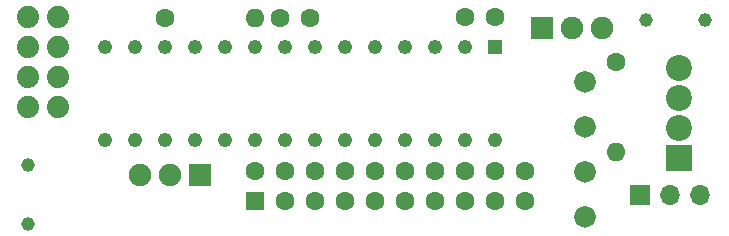
<source format=gbr>
%TF.GenerationSoftware,KiCad,Pcbnew,(5.1.12)-1*%
%TF.CreationDate,2023-01-21T14:52:04-05:00*%
%TF.ProjectId,Irrigation,49727269-6761-4746-996f-6e2e6b696361,rev?*%
%TF.SameCoordinates,Original*%
%TF.FileFunction,Soldermask,Bot*%
%TF.FilePolarity,Negative*%
%FSLAX46Y46*%
G04 Gerber Fmt 4.6, Leading zero omitted, Abs format (unit mm)*
G04 Created by KiCad (PCBNEW (5.1.12)-1) date 2023-01-21 14:52:04*
%MOMM*%
%LPD*%
G01*
G04 APERTURE LIST*
%ADD10C,1.150000*%
%ADD11C,1.605000*%
%ADD12R,1.605000X1.605000*%
%ADD13R,1.910000X1.910000*%
%ADD14C,1.910000*%
%ADD15C,1.243000*%
%ADD16R,1.243000X1.243000*%
%ADD17C,2.200000*%
%ADD18R,2.200000X2.200000*%
%ADD19C,1.600000*%
%ADD20C,1.879600*%
%ADD21O,1.600000X1.600000*%
%ADD22O,1.700000X1.700000*%
%ADD23R,1.700000X1.700000*%
%ADD24C,1.830000*%
G04 APERTURE END LIST*
D10*
%TO.C,C3*%
X121015760Y-128015360D03*
X121015760Y-133015360D03*
%TD*%
%TO.C,C2*%
X178344200Y-115798600D03*
X173344200Y-115798600D03*
%TD*%
D11*
%TO.C,J3*%
X163050000Y-128524000D03*
X163050000Y-131064000D03*
X160510000Y-128524000D03*
X160510000Y-131064000D03*
X157970000Y-128524000D03*
X157970000Y-131064000D03*
X155430000Y-128524000D03*
X155430000Y-131064000D03*
X152890000Y-128524000D03*
X152890000Y-131064000D03*
X150350000Y-128524000D03*
X150350000Y-131064000D03*
X147810000Y-128524000D03*
X147810000Y-131064000D03*
X145270000Y-128524000D03*
X145270000Y-131064000D03*
X142730000Y-128524000D03*
X142730000Y-131064000D03*
X140190000Y-128524000D03*
D12*
X140190000Y-131064000D03*
%TD*%
D13*
%TO.C,U4*%
X135595200Y-128884200D03*
D14*
X133045200Y-128884200D03*
X130495200Y-128884200D03*
%TD*%
D15*
%TO.C,U5*%
X160510000Y-125937000D03*
X157970000Y-125937000D03*
X155430000Y-125937000D03*
X152890000Y-125937000D03*
X150350000Y-125937000D03*
X147810000Y-125937000D03*
X145270000Y-125937000D03*
X142730000Y-125937000D03*
X140190000Y-125937000D03*
X137650000Y-125937000D03*
X135110000Y-125937000D03*
X132570000Y-125937000D03*
X130030000Y-125937000D03*
X127490000Y-125937000D03*
X127490000Y-118063000D03*
X130030000Y-118063000D03*
X132570000Y-118063000D03*
X135110000Y-118063000D03*
X137650000Y-118063000D03*
X140190000Y-118063000D03*
X142730000Y-118063000D03*
X145270000Y-118063000D03*
X147810000Y-118063000D03*
X150350000Y-118063000D03*
X152890000Y-118063000D03*
X155430000Y-118063000D03*
X157970000Y-118063000D03*
D16*
X160510000Y-118063000D03*
%TD*%
D14*
%TO.C,U1*%
X169570080Y-116448840D03*
X167020080Y-116448840D03*
D13*
X164470080Y-116448840D03*
%TD*%
D17*
%TO.C,J1*%
X176103280Y-119847360D03*
X176103280Y-122387360D03*
X176103280Y-124927360D03*
D18*
X176103280Y-127467360D03*
%TD*%
D19*
%TO.C,C1*%
X158028000Y-115506500D03*
X160528000Y-115506500D03*
%TD*%
D20*
%TO.C,U3*%
X123571000Y-123143000D03*
X121031000Y-123143000D03*
X123571000Y-120603000D03*
X121031000Y-120603000D03*
X123571000Y-118063000D03*
X121031000Y-118063000D03*
X123571000Y-115523000D03*
X121031000Y-115523000D03*
%TD*%
D21*
%TO.C,R2*%
X140190000Y-115570000D03*
D19*
X132588000Y-115570000D03*
%TD*%
%TO.C,R1*%
X170746420Y-119372380D03*
D21*
X170746420Y-126992380D03*
%TD*%
D22*
%TO.C,J2*%
X177919380Y-130581400D03*
X175379380Y-130581400D03*
D23*
X172839380Y-130581400D03*
%TD*%
D19*
%TO.C,C4*%
X144867000Y-115570000D03*
X142367000Y-115570000D03*
%TD*%
D24*
%TO.C,BR1*%
X168116340Y-132443220D03*
X168116340Y-128633220D03*
X168116340Y-124823220D03*
X168116340Y-121013220D03*
%TD*%
M02*

</source>
